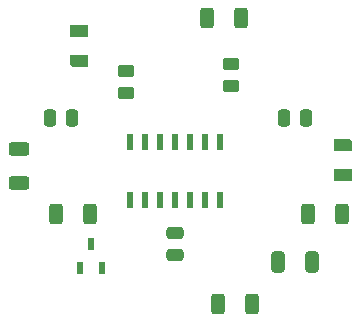
<source format=gbr>
%TF.GenerationSoftware,KiCad,Pcbnew,(6.0.8)*%
%TF.CreationDate,2023-04-11T21:19:58-04:00*%
%TF.ProjectId,Rat_NEST_v1,5261745f-4e45-4535-945f-76312e6b6963,rev?*%
%TF.SameCoordinates,Original*%
%TF.FileFunction,Soldermask,Bot*%
%TF.FilePolarity,Negative*%
%FSLAX46Y46*%
G04 Gerber Fmt 4.6, Leading zero omitted, Abs format (unit mm)*
G04 Created by KiCad (PCBNEW (6.0.8)) date 2023-04-11 21:19:58*
%MOMM*%
%LPD*%
G01*
G04 APERTURE LIST*
G04 Aperture macros list*
%AMRoundRect*
0 Rectangle with rounded corners*
0 $1 Rounding radius*
0 $2 $3 $4 $5 $6 $7 $8 $9 X,Y pos of 4 corners*
0 Add a 4 corners polygon primitive as box body*
4,1,4,$2,$3,$4,$5,$6,$7,$8,$9,$2,$3,0*
0 Add four circle primitives for the rounded corners*
1,1,$1+$1,$2,$3*
1,1,$1+$1,$4,$5*
1,1,$1+$1,$6,$7*
1,1,$1+$1,$8,$9*
0 Add four rect primitives between the rounded corners*
20,1,$1+$1,$2,$3,$4,$5,0*
20,1,$1+$1,$4,$5,$6,$7,0*
20,1,$1+$1,$6,$7,$8,$9,0*
20,1,$1+$1,$8,$9,$2,$3,0*%
%AMOutline5P*
0 Free polygon, 5 corners , with rotation*
0 The origin of the aperture is its center*
0 number of corners: always 5*
0 $1 to $10 corner X, Y*
0 $11 Rotation angle, in degrees counterclockwise*
0 create outline with 5 corners*
4,1,5,$1,$2,$3,$4,$5,$6,$7,$8,$9,$10,$1,$2,$11*%
%AMOutline6P*
0 Free polygon, 6 corners , with rotation*
0 The origin of the aperture is its center*
0 number of corners: always 6*
0 $1 to $12 corner X, Y*
0 $13 Rotation angle, in degrees counterclockwise*
0 create outline with 6 corners*
4,1,6,$1,$2,$3,$4,$5,$6,$7,$8,$9,$10,$11,$12,$1,$2,$13*%
%AMOutline7P*
0 Free polygon, 7 corners , with rotation*
0 The origin of the aperture is its center*
0 number of corners: always 7*
0 $1 to $14 corner X, Y*
0 $15 Rotation angle, in degrees counterclockwise*
0 create outline with 7 corners*
4,1,7,$1,$2,$3,$4,$5,$6,$7,$8,$9,$10,$11,$12,$13,$14,$1,$2,$15*%
%AMOutline8P*
0 Free polygon, 8 corners , with rotation*
0 The origin of the aperture is its center*
0 number of corners: always 8*
0 $1 to $16 corner X, Y*
0 $17 Rotation angle, in degrees counterclockwise*
0 create outline with 8 corners*
4,1,8,$1,$2,$3,$4,$5,$6,$7,$8,$9,$10,$11,$12,$13,$14,$15,$16,$1,$2,$17*%
%AMFreePoly0*
4,1,5,0.292100,-0.673100,-0.292100,-0.673100,-0.292100,0.673100,0.292100,0.673100,0.292100,-0.673100,0.292100,-0.673100,$1*%
%AMFreePoly1*
4,1,5,0.255000,-0.673100,-0.255000,-0.673100,-0.255000,0.673100,0.255000,0.673100,0.255000,-0.673100,0.255000,-0.673100,$1*%
%AMFreePoly2*
4,1,5,0.280000,-0.475000,-0.280000,-0.475000,-0.280000,0.475000,0.280000,0.475000,0.280000,-0.475000,0.280000,-0.475000,$1*%
G04 Aperture macros list end*
%ADD10RoundRect,0.250000X-0.475000X0.250000X-0.475000X-0.250000X0.475000X-0.250000X0.475000X0.250000X0*%
%ADD11RoundRect,0.250000X-0.450000X0.262500X-0.450000X-0.262500X0.450000X-0.262500X0.450000X0.262500X0*%
%ADD12R,1.500000X1.000000*%
%ADD13Outline5P,-0.500000X0.750000X0.500000X0.750000X0.500000X-0.550000X0.300000X-0.750000X-0.500000X-0.750000X90.000000*%
%ADD14FreePoly0,0.000000*%
%ADD15FreePoly1,0.000000*%
%ADD16Outline5P,-0.292100X0.673100X0.292100X0.673100X0.292100X-0.673100X-0.175260X-0.673100X-0.292100X-0.556260X0.000000*%
%ADD17RoundRect,0.250000X0.312500X0.625000X-0.312500X0.625000X-0.312500X-0.625000X0.312500X-0.625000X0*%
%ADD18RoundRect,0.250000X0.250000X0.475000X-0.250000X0.475000X-0.250000X-0.475000X0.250000X-0.475000X0*%
%ADD19FreePoly2,0.000000*%
%ADD20RoundRect,0.250000X0.625000X-0.312500X0.625000X0.312500X-0.625000X0.312500X-0.625000X-0.312500X0*%
%ADD21RoundRect,0.250000X0.325000X0.650000X-0.325000X0.650000X-0.325000X-0.650000X0.325000X-0.650000X0*%
%ADD22RoundRect,0.250000X-0.312500X-0.625000X0.312500X-0.625000X0.312500X0.625000X-0.312500X0.625000X0*%
%ADD23Outline5P,-0.500000X0.750000X0.500000X0.750000X0.500000X-0.550000X0.300000X-0.750000X-0.500000X-0.750000X270.000000*%
G04 APERTURE END LIST*
D10*
%TO.C,REF\u002A\u002A*%
X147828000Y-111318000D03*
X147828000Y-113218000D03*
%TD*%
D11*
%TO.C,REF\u002A\u002A*%
X152552400Y-97029900D03*
X152552400Y-98854900D03*
%TD*%
D12*
%TO.C,REF\u002A\u002A*%
X162052000Y-106456000D03*
D13*
X162052000Y-103856000D03*
%TD*%
D14*
%TO.C,REF\u002A\u002A*%
X144018000Y-103632000D03*
X145288000Y-103632000D03*
X146558000Y-103632000D03*
X147828000Y-103632000D03*
X149098000Y-103632000D03*
X150368000Y-103632000D03*
X151638000Y-103632000D03*
X151638000Y-108562000D03*
X150368000Y-108562000D03*
X149098000Y-108562000D03*
X147828000Y-108562000D03*
D15*
X146558000Y-108562000D03*
D14*
X145288000Y-108562000D03*
D16*
X144018000Y-108562000D03*
%TD*%
D17*
%TO.C,REF\u002A\u002A*%
X154370500Y-117348000D03*
X151445500Y-117348000D03*
%TD*%
%TO.C,REF\u002A\u002A*%
X140654500Y-109728000D03*
X137729500Y-109728000D03*
%TD*%
D18*
%TO.C,REF\u002A\u002A*%
X139126000Y-101600000D03*
X137226000Y-101600000D03*
%TD*%
D19*
%TO.C,REF\u002A\u002A*%
X141666000Y-114259000D03*
X139766000Y-114259000D03*
X140716000Y-112309000D03*
%TD*%
D18*
%TO.C,REF\u002A\u002A*%
X158938000Y-101600000D03*
X157038000Y-101600000D03*
%TD*%
D20*
%TO.C,REF\u002A\u002A*%
X134620000Y-107126500D03*
X134620000Y-104201500D03*
%TD*%
D11*
%TO.C,REF\u002A\u002A*%
X143713200Y-97639500D03*
X143713200Y-99464500D03*
%TD*%
D17*
%TO.C,REF\u002A\u002A*%
X153456100Y-93116400D03*
X150531100Y-93116400D03*
%TD*%
D21*
%TO.C,REF\u002A\u002A*%
X159463000Y-113792000D03*
X156513000Y-113792000D03*
%TD*%
D22*
%TO.C,REF\u002A\u002A*%
X159065500Y-109728000D03*
X161990500Y-109728000D03*
%TD*%
D12*
%TO.C,REF\u002A\u002A*%
X139700000Y-94204000D03*
D23*
X139700000Y-96804000D03*
%TD*%
M02*

</source>
